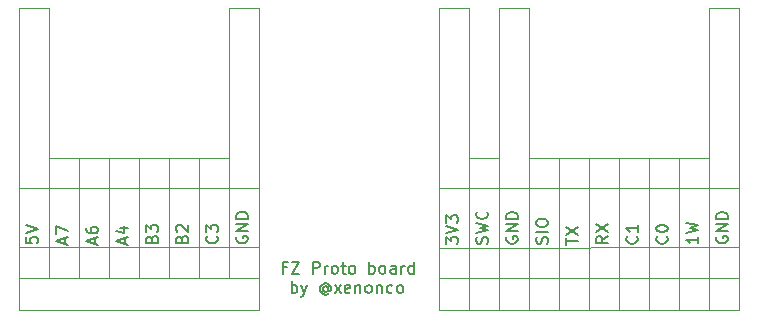
<source format=gbr>
%TF.GenerationSoftware,KiCad,Pcbnew,8.0.4*%
%TF.CreationDate,2024-10-07T01:35:34+03:00*%
%TF.ProjectId,Flipper Zero Protoboard max,466c6970-7065-4722-905a-65726f205072,rev?*%
%TF.SameCoordinates,Original*%
%TF.FileFunction,Legend,Top*%
%TF.FilePolarity,Positive*%
%FSLAX46Y46*%
G04 Gerber Fmt 4.6, Leading zero omitted, Abs format (unit mm)*
G04 Created by KiCad (PCBNEW 8.0.4) date 2024-10-07 01:35:34*
%MOMM*%
%LPD*%
G01*
G04 APERTURE LIST*
%ADD10C,0.150000*%
%ADD11C,0.100000*%
G04 APERTURE END LIST*
D10*
X51944104Y-101210839D02*
X51944104Y-100734649D01*
X52229819Y-101306077D02*
X51229819Y-100972744D01*
X51229819Y-100972744D02*
X52229819Y-100639411D01*
X51563152Y-99877506D02*
X52229819Y-99877506D01*
X51182200Y-100115601D02*
X51896485Y-100353696D01*
X51896485Y-100353696D02*
X51896485Y-99734649D01*
X95314580Y-100601792D02*
X95362200Y-100649411D01*
X95362200Y-100649411D02*
X95409819Y-100792268D01*
X95409819Y-100792268D02*
X95409819Y-100887506D01*
X95409819Y-100887506D02*
X95362200Y-101030363D01*
X95362200Y-101030363D02*
X95266961Y-101125601D01*
X95266961Y-101125601D02*
X95171723Y-101173220D01*
X95171723Y-101173220D02*
X94981247Y-101220839D01*
X94981247Y-101220839D02*
X94838390Y-101220839D01*
X94838390Y-101220839D02*
X94647914Y-101173220D01*
X94647914Y-101173220D02*
X94552676Y-101125601D01*
X94552676Y-101125601D02*
X94457438Y-101030363D01*
X94457438Y-101030363D02*
X94409819Y-100887506D01*
X94409819Y-100887506D02*
X94409819Y-100792268D01*
X94409819Y-100792268D02*
X94457438Y-100649411D01*
X94457438Y-100649411D02*
X94505057Y-100601792D01*
X95409819Y-99649411D02*
X95409819Y-100220839D01*
X95409819Y-99935125D02*
X94409819Y-99935125D01*
X94409819Y-99935125D02*
X94552676Y-100030363D01*
X94552676Y-100030363D02*
X94647914Y-100125601D01*
X94647914Y-100125601D02*
X94695533Y-100220839D01*
X100489819Y-100639411D02*
X100489819Y-101210839D01*
X100489819Y-100925125D02*
X99489819Y-100925125D01*
X99489819Y-100925125D02*
X99632676Y-101020363D01*
X99632676Y-101020363D02*
X99727914Y-101115601D01*
X99727914Y-101115601D02*
X99775533Y-101210839D01*
X99489819Y-100306077D02*
X100489819Y-100067982D01*
X100489819Y-100067982D02*
X99775533Y-99877506D01*
X99775533Y-99877506D02*
X100489819Y-99687030D01*
X100489819Y-99687030D02*
X99489819Y-99448935D01*
X82662200Y-101220839D02*
X82709819Y-101077982D01*
X82709819Y-101077982D02*
X82709819Y-100839887D01*
X82709819Y-100839887D02*
X82662200Y-100744649D01*
X82662200Y-100744649D02*
X82614580Y-100697030D01*
X82614580Y-100697030D02*
X82519342Y-100649411D01*
X82519342Y-100649411D02*
X82424104Y-100649411D01*
X82424104Y-100649411D02*
X82328866Y-100697030D01*
X82328866Y-100697030D02*
X82281247Y-100744649D01*
X82281247Y-100744649D02*
X82233628Y-100839887D01*
X82233628Y-100839887D02*
X82186009Y-101030363D01*
X82186009Y-101030363D02*
X82138390Y-101125601D01*
X82138390Y-101125601D02*
X82090771Y-101173220D01*
X82090771Y-101173220D02*
X81995533Y-101220839D01*
X81995533Y-101220839D02*
X81900295Y-101220839D01*
X81900295Y-101220839D02*
X81805057Y-101173220D01*
X81805057Y-101173220D02*
X81757438Y-101125601D01*
X81757438Y-101125601D02*
X81709819Y-101030363D01*
X81709819Y-101030363D02*
X81709819Y-100792268D01*
X81709819Y-100792268D02*
X81757438Y-100649411D01*
X81709819Y-100316077D02*
X82709819Y-100077982D01*
X82709819Y-100077982D02*
X81995533Y-99887506D01*
X81995533Y-99887506D02*
X82709819Y-99697030D01*
X82709819Y-99697030D02*
X81709819Y-99458935D01*
X82614580Y-98506554D02*
X82662200Y-98554173D01*
X82662200Y-98554173D02*
X82709819Y-98697030D01*
X82709819Y-98697030D02*
X82709819Y-98792268D01*
X82709819Y-98792268D02*
X82662200Y-98935125D01*
X82662200Y-98935125D02*
X82566961Y-99030363D01*
X82566961Y-99030363D02*
X82471723Y-99077982D01*
X82471723Y-99077982D02*
X82281247Y-99125601D01*
X82281247Y-99125601D02*
X82138390Y-99125601D01*
X82138390Y-99125601D02*
X81947914Y-99077982D01*
X81947914Y-99077982D02*
X81852676Y-99030363D01*
X81852676Y-99030363D02*
X81757438Y-98935125D01*
X81757438Y-98935125D02*
X81709819Y-98792268D01*
X81709819Y-98792268D02*
X81709819Y-98697030D01*
X81709819Y-98697030D02*
X81757438Y-98554173D01*
X81757438Y-98554173D02*
X81805057Y-98506554D01*
X102077438Y-100639411D02*
X102029819Y-100734649D01*
X102029819Y-100734649D02*
X102029819Y-100877506D01*
X102029819Y-100877506D02*
X102077438Y-101020363D01*
X102077438Y-101020363D02*
X102172676Y-101115601D01*
X102172676Y-101115601D02*
X102267914Y-101163220D01*
X102267914Y-101163220D02*
X102458390Y-101210839D01*
X102458390Y-101210839D02*
X102601247Y-101210839D01*
X102601247Y-101210839D02*
X102791723Y-101163220D01*
X102791723Y-101163220D02*
X102886961Y-101115601D01*
X102886961Y-101115601D02*
X102982200Y-101020363D01*
X102982200Y-101020363D02*
X103029819Y-100877506D01*
X103029819Y-100877506D02*
X103029819Y-100782268D01*
X103029819Y-100782268D02*
X102982200Y-100639411D01*
X102982200Y-100639411D02*
X102934580Y-100591792D01*
X102934580Y-100591792D02*
X102601247Y-100591792D01*
X102601247Y-100591792D02*
X102601247Y-100782268D01*
X103029819Y-100163220D02*
X102029819Y-100163220D01*
X102029819Y-100163220D02*
X103029819Y-99591792D01*
X103029819Y-99591792D02*
X102029819Y-99591792D01*
X103029819Y-99115601D02*
X102029819Y-99115601D01*
X102029819Y-99115601D02*
X102029819Y-98877506D01*
X102029819Y-98877506D02*
X102077438Y-98734649D01*
X102077438Y-98734649D02*
X102172676Y-98639411D01*
X102172676Y-98639411D02*
X102267914Y-98591792D01*
X102267914Y-98591792D02*
X102458390Y-98544173D01*
X102458390Y-98544173D02*
X102601247Y-98544173D01*
X102601247Y-98544173D02*
X102791723Y-98591792D01*
X102791723Y-98591792D02*
X102886961Y-98639411D01*
X102886961Y-98639411D02*
X102982200Y-98734649D01*
X102982200Y-98734649D02*
X103029819Y-98877506D01*
X103029819Y-98877506D02*
X103029819Y-99115601D01*
X87742200Y-101220839D02*
X87789819Y-101077982D01*
X87789819Y-101077982D02*
X87789819Y-100839887D01*
X87789819Y-100839887D02*
X87742200Y-100744649D01*
X87742200Y-100744649D02*
X87694580Y-100697030D01*
X87694580Y-100697030D02*
X87599342Y-100649411D01*
X87599342Y-100649411D02*
X87504104Y-100649411D01*
X87504104Y-100649411D02*
X87408866Y-100697030D01*
X87408866Y-100697030D02*
X87361247Y-100744649D01*
X87361247Y-100744649D02*
X87313628Y-100839887D01*
X87313628Y-100839887D02*
X87266009Y-101030363D01*
X87266009Y-101030363D02*
X87218390Y-101125601D01*
X87218390Y-101125601D02*
X87170771Y-101173220D01*
X87170771Y-101173220D02*
X87075533Y-101220839D01*
X87075533Y-101220839D02*
X86980295Y-101220839D01*
X86980295Y-101220839D02*
X86885057Y-101173220D01*
X86885057Y-101173220D02*
X86837438Y-101125601D01*
X86837438Y-101125601D02*
X86789819Y-101030363D01*
X86789819Y-101030363D02*
X86789819Y-100792268D01*
X86789819Y-100792268D02*
X86837438Y-100649411D01*
X87789819Y-100220839D02*
X86789819Y-100220839D01*
X86789819Y-99554173D02*
X86789819Y-99363697D01*
X86789819Y-99363697D02*
X86837438Y-99268459D01*
X86837438Y-99268459D02*
X86932676Y-99173221D01*
X86932676Y-99173221D02*
X87123152Y-99125602D01*
X87123152Y-99125602D02*
X87456485Y-99125602D01*
X87456485Y-99125602D02*
X87646961Y-99173221D01*
X87646961Y-99173221D02*
X87742200Y-99268459D01*
X87742200Y-99268459D02*
X87789819Y-99363697D01*
X87789819Y-99363697D02*
X87789819Y-99554173D01*
X87789819Y-99554173D02*
X87742200Y-99649411D01*
X87742200Y-99649411D02*
X87646961Y-99744649D01*
X87646961Y-99744649D02*
X87456485Y-99792268D01*
X87456485Y-99792268D02*
X87123152Y-99792268D01*
X87123152Y-99792268D02*
X86932676Y-99744649D01*
X86932676Y-99744649D02*
X86837438Y-99649411D01*
X86837438Y-99649411D02*
X86789819Y-99554173D01*
X59754580Y-100591792D02*
X59802200Y-100639411D01*
X59802200Y-100639411D02*
X59849819Y-100782268D01*
X59849819Y-100782268D02*
X59849819Y-100877506D01*
X59849819Y-100877506D02*
X59802200Y-101020363D01*
X59802200Y-101020363D02*
X59706961Y-101115601D01*
X59706961Y-101115601D02*
X59611723Y-101163220D01*
X59611723Y-101163220D02*
X59421247Y-101210839D01*
X59421247Y-101210839D02*
X59278390Y-101210839D01*
X59278390Y-101210839D02*
X59087914Y-101163220D01*
X59087914Y-101163220D02*
X58992676Y-101115601D01*
X58992676Y-101115601D02*
X58897438Y-101020363D01*
X58897438Y-101020363D02*
X58849819Y-100877506D01*
X58849819Y-100877506D02*
X58849819Y-100782268D01*
X58849819Y-100782268D02*
X58897438Y-100639411D01*
X58897438Y-100639411D02*
X58945057Y-100591792D01*
X58849819Y-100258458D02*
X58849819Y-99639411D01*
X58849819Y-99639411D02*
X59230771Y-99972744D01*
X59230771Y-99972744D02*
X59230771Y-99829887D01*
X59230771Y-99829887D02*
X59278390Y-99734649D01*
X59278390Y-99734649D02*
X59326009Y-99687030D01*
X59326009Y-99687030D02*
X59421247Y-99639411D01*
X59421247Y-99639411D02*
X59659342Y-99639411D01*
X59659342Y-99639411D02*
X59754580Y-99687030D01*
X59754580Y-99687030D02*
X59802200Y-99734649D01*
X59802200Y-99734649D02*
X59849819Y-99829887D01*
X59849819Y-99829887D02*
X59849819Y-100115601D01*
X59849819Y-100115601D02*
X59802200Y-100210839D01*
X59802200Y-100210839D02*
X59754580Y-100258458D01*
X54246009Y-100829887D02*
X54293628Y-100687030D01*
X54293628Y-100687030D02*
X54341247Y-100639411D01*
X54341247Y-100639411D02*
X54436485Y-100591792D01*
X54436485Y-100591792D02*
X54579342Y-100591792D01*
X54579342Y-100591792D02*
X54674580Y-100639411D01*
X54674580Y-100639411D02*
X54722200Y-100687030D01*
X54722200Y-100687030D02*
X54769819Y-100782268D01*
X54769819Y-100782268D02*
X54769819Y-101163220D01*
X54769819Y-101163220D02*
X53769819Y-101163220D01*
X53769819Y-101163220D02*
X53769819Y-100829887D01*
X53769819Y-100829887D02*
X53817438Y-100734649D01*
X53817438Y-100734649D02*
X53865057Y-100687030D01*
X53865057Y-100687030D02*
X53960295Y-100639411D01*
X53960295Y-100639411D02*
X54055533Y-100639411D01*
X54055533Y-100639411D02*
X54150771Y-100687030D01*
X54150771Y-100687030D02*
X54198390Y-100734649D01*
X54198390Y-100734649D02*
X54246009Y-100829887D01*
X54246009Y-100829887D02*
X54246009Y-101163220D01*
X53769819Y-100258458D02*
X53769819Y-99639411D01*
X53769819Y-99639411D02*
X54150771Y-99972744D01*
X54150771Y-99972744D02*
X54150771Y-99829887D01*
X54150771Y-99829887D02*
X54198390Y-99734649D01*
X54198390Y-99734649D02*
X54246009Y-99687030D01*
X54246009Y-99687030D02*
X54341247Y-99639411D01*
X54341247Y-99639411D02*
X54579342Y-99639411D01*
X54579342Y-99639411D02*
X54674580Y-99687030D01*
X54674580Y-99687030D02*
X54722200Y-99734649D01*
X54722200Y-99734649D02*
X54769819Y-99829887D01*
X54769819Y-99829887D02*
X54769819Y-100115601D01*
X54769819Y-100115601D02*
X54722200Y-100210839D01*
X54722200Y-100210839D02*
X54674580Y-100258458D01*
X61437438Y-100629411D02*
X61389819Y-100724649D01*
X61389819Y-100724649D02*
X61389819Y-100867506D01*
X61389819Y-100867506D02*
X61437438Y-101010363D01*
X61437438Y-101010363D02*
X61532676Y-101105601D01*
X61532676Y-101105601D02*
X61627914Y-101153220D01*
X61627914Y-101153220D02*
X61818390Y-101200839D01*
X61818390Y-101200839D02*
X61961247Y-101200839D01*
X61961247Y-101200839D02*
X62151723Y-101153220D01*
X62151723Y-101153220D02*
X62246961Y-101105601D01*
X62246961Y-101105601D02*
X62342200Y-101010363D01*
X62342200Y-101010363D02*
X62389819Y-100867506D01*
X62389819Y-100867506D02*
X62389819Y-100772268D01*
X62389819Y-100772268D02*
X62342200Y-100629411D01*
X62342200Y-100629411D02*
X62294580Y-100581792D01*
X62294580Y-100581792D02*
X61961247Y-100581792D01*
X61961247Y-100581792D02*
X61961247Y-100772268D01*
X62389819Y-100153220D02*
X61389819Y-100153220D01*
X61389819Y-100153220D02*
X62389819Y-99581792D01*
X62389819Y-99581792D02*
X61389819Y-99581792D01*
X62389819Y-99105601D02*
X61389819Y-99105601D01*
X61389819Y-99105601D02*
X61389819Y-98867506D01*
X61389819Y-98867506D02*
X61437438Y-98724649D01*
X61437438Y-98724649D02*
X61532676Y-98629411D01*
X61532676Y-98629411D02*
X61627914Y-98581792D01*
X61627914Y-98581792D02*
X61818390Y-98534173D01*
X61818390Y-98534173D02*
X61961247Y-98534173D01*
X61961247Y-98534173D02*
X62151723Y-98581792D01*
X62151723Y-98581792D02*
X62246961Y-98629411D01*
X62246961Y-98629411D02*
X62342200Y-98724649D01*
X62342200Y-98724649D02*
X62389819Y-98867506D01*
X62389819Y-98867506D02*
X62389819Y-99105601D01*
X79169819Y-101268458D02*
X79169819Y-100649411D01*
X79169819Y-100649411D02*
X79550771Y-100982744D01*
X79550771Y-100982744D02*
X79550771Y-100839887D01*
X79550771Y-100839887D02*
X79598390Y-100744649D01*
X79598390Y-100744649D02*
X79646009Y-100697030D01*
X79646009Y-100697030D02*
X79741247Y-100649411D01*
X79741247Y-100649411D02*
X79979342Y-100649411D01*
X79979342Y-100649411D02*
X80074580Y-100697030D01*
X80074580Y-100697030D02*
X80122200Y-100744649D01*
X80122200Y-100744649D02*
X80169819Y-100839887D01*
X80169819Y-100839887D02*
X80169819Y-101125601D01*
X80169819Y-101125601D02*
X80122200Y-101220839D01*
X80122200Y-101220839D02*
X80074580Y-101268458D01*
X79169819Y-100363696D02*
X80169819Y-100030363D01*
X80169819Y-100030363D02*
X79169819Y-99697030D01*
X79169819Y-99458934D02*
X79169819Y-98839887D01*
X79169819Y-98839887D02*
X79550771Y-99173220D01*
X79550771Y-99173220D02*
X79550771Y-99030363D01*
X79550771Y-99030363D02*
X79598390Y-98935125D01*
X79598390Y-98935125D02*
X79646009Y-98887506D01*
X79646009Y-98887506D02*
X79741247Y-98839887D01*
X79741247Y-98839887D02*
X79979342Y-98839887D01*
X79979342Y-98839887D02*
X80074580Y-98887506D01*
X80074580Y-98887506D02*
X80122200Y-98935125D01*
X80122200Y-98935125D02*
X80169819Y-99030363D01*
X80169819Y-99030363D02*
X80169819Y-99316077D01*
X80169819Y-99316077D02*
X80122200Y-99411315D01*
X80122200Y-99411315D02*
X80074580Y-99458934D01*
X84297438Y-100649411D02*
X84249819Y-100744649D01*
X84249819Y-100744649D02*
X84249819Y-100887506D01*
X84249819Y-100887506D02*
X84297438Y-101030363D01*
X84297438Y-101030363D02*
X84392676Y-101125601D01*
X84392676Y-101125601D02*
X84487914Y-101173220D01*
X84487914Y-101173220D02*
X84678390Y-101220839D01*
X84678390Y-101220839D02*
X84821247Y-101220839D01*
X84821247Y-101220839D02*
X85011723Y-101173220D01*
X85011723Y-101173220D02*
X85106961Y-101125601D01*
X85106961Y-101125601D02*
X85202200Y-101030363D01*
X85202200Y-101030363D02*
X85249819Y-100887506D01*
X85249819Y-100887506D02*
X85249819Y-100792268D01*
X85249819Y-100792268D02*
X85202200Y-100649411D01*
X85202200Y-100649411D02*
X85154580Y-100601792D01*
X85154580Y-100601792D02*
X84821247Y-100601792D01*
X84821247Y-100601792D02*
X84821247Y-100792268D01*
X85249819Y-100173220D02*
X84249819Y-100173220D01*
X84249819Y-100173220D02*
X85249819Y-99601792D01*
X85249819Y-99601792D02*
X84249819Y-99601792D01*
X85249819Y-99125601D02*
X84249819Y-99125601D01*
X84249819Y-99125601D02*
X84249819Y-98887506D01*
X84249819Y-98887506D02*
X84297438Y-98744649D01*
X84297438Y-98744649D02*
X84392676Y-98649411D01*
X84392676Y-98649411D02*
X84487914Y-98601792D01*
X84487914Y-98601792D02*
X84678390Y-98554173D01*
X84678390Y-98554173D02*
X84821247Y-98554173D01*
X84821247Y-98554173D02*
X85011723Y-98601792D01*
X85011723Y-98601792D02*
X85106961Y-98649411D01*
X85106961Y-98649411D02*
X85202200Y-98744649D01*
X85202200Y-98744649D02*
X85249819Y-98887506D01*
X85249819Y-98887506D02*
X85249819Y-99125601D01*
X56786009Y-100829887D02*
X56833628Y-100687030D01*
X56833628Y-100687030D02*
X56881247Y-100639411D01*
X56881247Y-100639411D02*
X56976485Y-100591792D01*
X56976485Y-100591792D02*
X57119342Y-100591792D01*
X57119342Y-100591792D02*
X57214580Y-100639411D01*
X57214580Y-100639411D02*
X57262200Y-100687030D01*
X57262200Y-100687030D02*
X57309819Y-100782268D01*
X57309819Y-100782268D02*
X57309819Y-101163220D01*
X57309819Y-101163220D02*
X56309819Y-101163220D01*
X56309819Y-101163220D02*
X56309819Y-100829887D01*
X56309819Y-100829887D02*
X56357438Y-100734649D01*
X56357438Y-100734649D02*
X56405057Y-100687030D01*
X56405057Y-100687030D02*
X56500295Y-100639411D01*
X56500295Y-100639411D02*
X56595533Y-100639411D01*
X56595533Y-100639411D02*
X56690771Y-100687030D01*
X56690771Y-100687030D02*
X56738390Y-100734649D01*
X56738390Y-100734649D02*
X56786009Y-100829887D01*
X56786009Y-100829887D02*
X56786009Y-101163220D01*
X56405057Y-100210839D02*
X56357438Y-100163220D01*
X56357438Y-100163220D02*
X56309819Y-100067982D01*
X56309819Y-100067982D02*
X56309819Y-99829887D01*
X56309819Y-99829887D02*
X56357438Y-99734649D01*
X56357438Y-99734649D02*
X56405057Y-99687030D01*
X56405057Y-99687030D02*
X56500295Y-99639411D01*
X56500295Y-99639411D02*
X56595533Y-99639411D01*
X56595533Y-99639411D02*
X56738390Y-99687030D01*
X56738390Y-99687030D02*
X57309819Y-100258458D01*
X57309819Y-100258458D02*
X57309819Y-99639411D01*
X92869819Y-100601792D02*
X92393628Y-100935125D01*
X92869819Y-101173220D02*
X91869819Y-101173220D01*
X91869819Y-101173220D02*
X91869819Y-100792268D01*
X91869819Y-100792268D02*
X91917438Y-100697030D01*
X91917438Y-100697030D02*
X91965057Y-100649411D01*
X91965057Y-100649411D02*
X92060295Y-100601792D01*
X92060295Y-100601792D02*
X92203152Y-100601792D01*
X92203152Y-100601792D02*
X92298390Y-100649411D01*
X92298390Y-100649411D02*
X92346009Y-100697030D01*
X92346009Y-100697030D02*
X92393628Y-100792268D01*
X92393628Y-100792268D02*
X92393628Y-101173220D01*
X91869819Y-100268458D02*
X92869819Y-99601792D01*
X91869819Y-99601792D02*
X92869819Y-100268458D01*
X97854580Y-100601792D02*
X97902200Y-100649411D01*
X97902200Y-100649411D02*
X97949819Y-100792268D01*
X97949819Y-100792268D02*
X97949819Y-100887506D01*
X97949819Y-100887506D02*
X97902200Y-101030363D01*
X97902200Y-101030363D02*
X97806961Y-101125601D01*
X97806961Y-101125601D02*
X97711723Y-101173220D01*
X97711723Y-101173220D02*
X97521247Y-101220839D01*
X97521247Y-101220839D02*
X97378390Y-101220839D01*
X97378390Y-101220839D02*
X97187914Y-101173220D01*
X97187914Y-101173220D02*
X97092676Y-101125601D01*
X97092676Y-101125601D02*
X96997438Y-101030363D01*
X96997438Y-101030363D02*
X96949819Y-100887506D01*
X96949819Y-100887506D02*
X96949819Y-100792268D01*
X96949819Y-100792268D02*
X96997438Y-100649411D01*
X96997438Y-100649411D02*
X97045057Y-100601792D01*
X96949819Y-99982744D02*
X96949819Y-99887506D01*
X96949819Y-99887506D02*
X96997438Y-99792268D01*
X96997438Y-99792268D02*
X97045057Y-99744649D01*
X97045057Y-99744649D02*
X97140295Y-99697030D01*
X97140295Y-99697030D02*
X97330771Y-99649411D01*
X97330771Y-99649411D02*
X97568866Y-99649411D01*
X97568866Y-99649411D02*
X97759342Y-99697030D01*
X97759342Y-99697030D02*
X97854580Y-99744649D01*
X97854580Y-99744649D02*
X97902200Y-99792268D01*
X97902200Y-99792268D02*
X97949819Y-99887506D01*
X97949819Y-99887506D02*
X97949819Y-99982744D01*
X97949819Y-99982744D02*
X97902200Y-100077982D01*
X97902200Y-100077982D02*
X97854580Y-100125601D01*
X97854580Y-100125601D02*
X97759342Y-100173220D01*
X97759342Y-100173220D02*
X97568866Y-100220839D01*
X97568866Y-100220839D02*
X97330771Y-100220839D01*
X97330771Y-100220839D02*
X97140295Y-100173220D01*
X97140295Y-100173220D02*
X97045057Y-100125601D01*
X97045057Y-100125601D02*
X96997438Y-100077982D01*
X96997438Y-100077982D02*
X96949819Y-99982744D01*
X89329819Y-101316077D02*
X89329819Y-100744649D01*
X90329819Y-101030363D02*
X89329819Y-101030363D01*
X89329819Y-100506553D02*
X90329819Y-99839887D01*
X89329819Y-99839887D02*
X90329819Y-100506553D01*
X49404104Y-101210839D02*
X49404104Y-100734649D01*
X49689819Y-101306077D02*
X48689819Y-100972744D01*
X48689819Y-100972744D02*
X49689819Y-100639411D01*
X48689819Y-99877506D02*
X48689819Y-100067982D01*
X48689819Y-100067982D02*
X48737438Y-100163220D01*
X48737438Y-100163220D02*
X48785057Y-100210839D01*
X48785057Y-100210839D02*
X48927914Y-100306077D01*
X48927914Y-100306077D02*
X49118390Y-100353696D01*
X49118390Y-100353696D02*
X49499342Y-100353696D01*
X49499342Y-100353696D02*
X49594580Y-100306077D01*
X49594580Y-100306077D02*
X49642200Y-100258458D01*
X49642200Y-100258458D02*
X49689819Y-100163220D01*
X49689819Y-100163220D02*
X49689819Y-99972744D01*
X49689819Y-99972744D02*
X49642200Y-99877506D01*
X49642200Y-99877506D02*
X49594580Y-99829887D01*
X49594580Y-99829887D02*
X49499342Y-99782268D01*
X49499342Y-99782268D02*
X49261247Y-99782268D01*
X49261247Y-99782268D02*
X49166009Y-99829887D01*
X49166009Y-99829887D02*
X49118390Y-99877506D01*
X49118390Y-99877506D02*
X49070771Y-99972744D01*
X49070771Y-99972744D02*
X49070771Y-100163220D01*
X49070771Y-100163220D02*
X49118390Y-100258458D01*
X49118390Y-100258458D02*
X49166009Y-100306077D01*
X49166009Y-100306077D02*
X49261247Y-100353696D01*
X43589819Y-100687030D02*
X43589819Y-101163220D01*
X43589819Y-101163220D02*
X44066009Y-101210839D01*
X44066009Y-101210839D02*
X44018390Y-101163220D01*
X44018390Y-101163220D02*
X43970771Y-101067982D01*
X43970771Y-101067982D02*
X43970771Y-100829887D01*
X43970771Y-100829887D02*
X44018390Y-100734649D01*
X44018390Y-100734649D02*
X44066009Y-100687030D01*
X44066009Y-100687030D02*
X44161247Y-100639411D01*
X44161247Y-100639411D02*
X44399342Y-100639411D01*
X44399342Y-100639411D02*
X44494580Y-100687030D01*
X44494580Y-100687030D02*
X44542200Y-100734649D01*
X44542200Y-100734649D02*
X44589819Y-100829887D01*
X44589819Y-100829887D02*
X44589819Y-101067982D01*
X44589819Y-101067982D02*
X44542200Y-101163220D01*
X44542200Y-101163220D02*
X44494580Y-101210839D01*
X43589819Y-100353696D02*
X44589819Y-100020363D01*
X44589819Y-100020363D02*
X43589819Y-99687030D01*
D11*
X78550000Y-81280000D02*
X81080000Y-81280000D01*
X45520000Y-93980000D02*
X60760000Y-93980000D01*
X60755000Y-81280000D02*
X63285000Y-81280000D01*
X81080000Y-81280000D02*
X81080000Y-96550000D01*
X63290000Y-81280000D02*
X63290000Y-96530000D01*
X60760000Y-93980000D02*
X60750000Y-81280000D01*
X60760000Y-93980000D02*
X60760000Y-96530000D01*
X42970000Y-81280000D02*
X42980000Y-96530000D01*
X48060000Y-93990000D02*
X48060000Y-104150000D01*
X42970000Y-81270000D02*
X45510000Y-81270000D01*
X45520000Y-96530000D02*
X45520000Y-104150000D01*
X45510000Y-81280000D02*
X45520000Y-96530000D01*
D10*
X46874104Y-101210839D02*
X46874104Y-100734649D01*
X47159819Y-101306077D02*
X46159819Y-100972744D01*
X46159819Y-100972744D02*
X47159819Y-100639411D01*
X46159819Y-100401315D02*
X46159819Y-99734649D01*
X46159819Y-99734649D02*
X47159819Y-100163220D01*
X66096779Y-105409819D02*
X66096779Y-104409819D01*
X66096779Y-104790771D02*
X66192017Y-104743152D01*
X66192017Y-104743152D02*
X66382493Y-104743152D01*
X66382493Y-104743152D02*
X66477731Y-104790771D01*
X66477731Y-104790771D02*
X66525350Y-104838390D01*
X66525350Y-104838390D02*
X66572969Y-104933628D01*
X66572969Y-104933628D02*
X66572969Y-105219342D01*
X66572969Y-105219342D02*
X66525350Y-105314580D01*
X66525350Y-105314580D02*
X66477731Y-105362200D01*
X66477731Y-105362200D02*
X66382493Y-105409819D01*
X66382493Y-105409819D02*
X66192017Y-105409819D01*
X66192017Y-105409819D02*
X66096779Y-105362200D01*
X66906303Y-104743152D02*
X67144398Y-105409819D01*
X67382493Y-104743152D02*
X67144398Y-105409819D01*
X67144398Y-105409819D02*
X67049160Y-105647914D01*
X67049160Y-105647914D02*
X67001541Y-105695533D01*
X67001541Y-105695533D02*
X66906303Y-105743152D01*
X69144398Y-104933628D02*
X69096779Y-104886009D01*
X69096779Y-104886009D02*
X69001541Y-104838390D01*
X69001541Y-104838390D02*
X68906303Y-104838390D01*
X68906303Y-104838390D02*
X68811065Y-104886009D01*
X68811065Y-104886009D02*
X68763446Y-104933628D01*
X68763446Y-104933628D02*
X68715827Y-105028866D01*
X68715827Y-105028866D02*
X68715827Y-105124104D01*
X68715827Y-105124104D02*
X68763446Y-105219342D01*
X68763446Y-105219342D02*
X68811065Y-105266961D01*
X68811065Y-105266961D02*
X68906303Y-105314580D01*
X68906303Y-105314580D02*
X69001541Y-105314580D01*
X69001541Y-105314580D02*
X69096779Y-105266961D01*
X69096779Y-105266961D02*
X69144398Y-105219342D01*
X69144398Y-104838390D02*
X69144398Y-105219342D01*
X69144398Y-105219342D02*
X69192017Y-105266961D01*
X69192017Y-105266961D02*
X69239636Y-105266961D01*
X69239636Y-105266961D02*
X69334875Y-105219342D01*
X69334875Y-105219342D02*
X69382494Y-105124104D01*
X69382494Y-105124104D02*
X69382494Y-104886009D01*
X69382494Y-104886009D02*
X69287256Y-104743152D01*
X69287256Y-104743152D02*
X69144398Y-104647914D01*
X69144398Y-104647914D02*
X68953922Y-104600295D01*
X68953922Y-104600295D02*
X68763446Y-104647914D01*
X68763446Y-104647914D02*
X68620589Y-104743152D01*
X68620589Y-104743152D02*
X68525351Y-104886009D01*
X68525351Y-104886009D02*
X68477732Y-105076485D01*
X68477732Y-105076485D02*
X68525351Y-105266961D01*
X68525351Y-105266961D02*
X68620589Y-105409819D01*
X68620589Y-105409819D02*
X68763446Y-105505057D01*
X68763446Y-105505057D02*
X68953922Y-105552676D01*
X68953922Y-105552676D02*
X69144398Y-105505057D01*
X69144398Y-105505057D02*
X69287256Y-105409819D01*
X69715827Y-105409819D02*
X70239636Y-104743152D01*
X69715827Y-104743152D02*
X70239636Y-105409819D01*
X71001541Y-105362200D02*
X70906303Y-105409819D01*
X70906303Y-105409819D02*
X70715827Y-105409819D01*
X70715827Y-105409819D02*
X70620589Y-105362200D01*
X70620589Y-105362200D02*
X70572970Y-105266961D01*
X70572970Y-105266961D02*
X70572970Y-104886009D01*
X70572970Y-104886009D02*
X70620589Y-104790771D01*
X70620589Y-104790771D02*
X70715827Y-104743152D01*
X70715827Y-104743152D02*
X70906303Y-104743152D01*
X70906303Y-104743152D02*
X71001541Y-104790771D01*
X71001541Y-104790771D02*
X71049160Y-104886009D01*
X71049160Y-104886009D02*
X71049160Y-104981247D01*
X71049160Y-104981247D02*
X70572970Y-105076485D01*
X71477732Y-104743152D02*
X71477732Y-105409819D01*
X71477732Y-104838390D02*
X71525351Y-104790771D01*
X71525351Y-104790771D02*
X71620589Y-104743152D01*
X71620589Y-104743152D02*
X71763446Y-104743152D01*
X71763446Y-104743152D02*
X71858684Y-104790771D01*
X71858684Y-104790771D02*
X71906303Y-104886009D01*
X71906303Y-104886009D02*
X71906303Y-105409819D01*
X72525351Y-105409819D02*
X72430113Y-105362200D01*
X72430113Y-105362200D02*
X72382494Y-105314580D01*
X72382494Y-105314580D02*
X72334875Y-105219342D01*
X72334875Y-105219342D02*
X72334875Y-104933628D01*
X72334875Y-104933628D02*
X72382494Y-104838390D01*
X72382494Y-104838390D02*
X72430113Y-104790771D01*
X72430113Y-104790771D02*
X72525351Y-104743152D01*
X72525351Y-104743152D02*
X72668208Y-104743152D01*
X72668208Y-104743152D02*
X72763446Y-104790771D01*
X72763446Y-104790771D02*
X72811065Y-104838390D01*
X72811065Y-104838390D02*
X72858684Y-104933628D01*
X72858684Y-104933628D02*
X72858684Y-105219342D01*
X72858684Y-105219342D02*
X72811065Y-105314580D01*
X72811065Y-105314580D02*
X72763446Y-105362200D01*
X72763446Y-105362200D02*
X72668208Y-105409819D01*
X72668208Y-105409819D02*
X72525351Y-105409819D01*
X73287256Y-104743152D02*
X73287256Y-105409819D01*
X73287256Y-104838390D02*
X73334875Y-104790771D01*
X73334875Y-104790771D02*
X73430113Y-104743152D01*
X73430113Y-104743152D02*
X73572970Y-104743152D01*
X73572970Y-104743152D02*
X73668208Y-104790771D01*
X73668208Y-104790771D02*
X73715827Y-104886009D01*
X73715827Y-104886009D02*
X73715827Y-105409819D01*
X74620589Y-105362200D02*
X74525351Y-105409819D01*
X74525351Y-105409819D02*
X74334875Y-105409819D01*
X74334875Y-105409819D02*
X74239637Y-105362200D01*
X74239637Y-105362200D02*
X74192018Y-105314580D01*
X74192018Y-105314580D02*
X74144399Y-105219342D01*
X74144399Y-105219342D02*
X74144399Y-104933628D01*
X74144399Y-104933628D02*
X74192018Y-104838390D01*
X74192018Y-104838390D02*
X74239637Y-104790771D01*
X74239637Y-104790771D02*
X74334875Y-104743152D01*
X74334875Y-104743152D02*
X74525351Y-104743152D01*
X74525351Y-104743152D02*
X74620589Y-104790771D01*
X75192018Y-105409819D02*
X75096780Y-105362200D01*
X75096780Y-105362200D02*
X75049161Y-105314580D01*
X75049161Y-105314580D02*
X75001542Y-105219342D01*
X75001542Y-105219342D02*
X75001542Y-104933628D01*
X75001542Y-104933628D02*
X75049161Y-104838390D01*
X75049161Y-104838390D02*
X75096780Y-104790771D01*
X75096780Y-104790771D02*
X75192018Y-104743152D01*
X75192018Y-104743152D02*
X75334875Y-104743152D01*
X75334875Y-104743152D02*
X75430113Y-104790771D01*
X75430113Y-104790771D02*
X75477732Y-104838390D01*
X75477732Y-104838390D02*
X75525351Y-104933628D01*
X75525351Y-104933628D02*
X75525351Y-105219342D01*
X75525351Y-105219342D02*
X75477732Y-105314580D01*
X75477732Y-105314580D02*
X75430113Y-105362200D01*
X75430113Y-105362200D02*
X75334875Y-105409819D01*
X75334875Y-105409819D02*
X75192018Y-105409819D01*
D11*
X88700000Y-93980000D02*
X88690000Y-106820000D01*
X91240000Y-93990000D02*
X91235000Y-106830000D01*
X78550000Y-81280000D02*
X78540000Y-96550000D01*
X78540000Y-96550000D02*
X103930000Y-96550000D01*
X103930000Y-106830000D01*
X78540000Y-106830000D01*
X78540000Y-96550000D01*
X42980000Y-96530000D02*
X63290000Y-96530000D01*
X63290000Y-106820000D01*
X42980000Y-106820000D01*
X42980000Y-96530000D01*
X53140000Y-93980000D02*
X53135000Y-104150000D01*
X58220000Y-93990000D02*
X58220000Y-104150000D01*
X60760000Y-96530000D02*
X60760000Y-104150000D01*
X42980000Y-101550000D02*
X63290000Y-101540000D01*
X50600000Y-93990000D02*
X50600000Y-104150000D01*
X55680000Y-93990000D02*
X55680000Y-104150000D01*
X42980000Y-104150000D02*
X63290000Y-104150000D01*
X81080000Y-96550000D02*
X81080000Y-106830000D01*
X98850000Y-93990000D02*
X98840000Y-106820000D01*
X81080000Y-93980000D02*
X83610000Y-93980000D01*
X93775000Y-93985000D02*
X93780000Y-106810000D01*
X103940000Y-81280000D02*
X103930000Y-96550000D01*
X83610000Y-93980000D02*
X83610000Y-96550000D01*
X103930000Y-101550000D02*
X78540000Y-101560000D01*
X78550000Y-104140000D02*
X103930000Y-104140000D01*
X83610000Y-96550000D02*
X83610000Y-106820000D01*
X101390000Y-81280000D02*
X103940000Y-81280000D01*
X96310000Y-93990000D02*
X96310000Y-106800000D01*
X83600000Y-81280000D02*
X86140000Y-81280000D01*
X101390000Y-93990000D02*
X101400000Y-106830000D01*
X83610000Y-93980000D02*
X83610000Y-81280000D01*
X86140000Y-81280000D02*
X86160000Y-106830000D01*
X101390000Y-93990000D02*
X101390000Y-81280000D01*
X86160000Y-93980000D02*
X101390000Y-93990000D01*
D10*
X65650112Y-103246009D02*
X65316779Y-103246009D01*
X65316779Y-103769819D02*
X65316779Y-102769819D01*
X65316779Y-102769819D02*
X65792969Y-102769819D01*
X66078684Y-102769819D02*
X66745350Y-102769819D01*
X66745350Y-102769819D02*
X66078684Y-103769819D01*
X66078684Y-103769819D02*
X66745350Y-103769819D01*
X67888208Y-103769819D02*
X67888208Y-102769819D01*
X67888208Y-102769819D02*
X68269160Y-102769819D01*
X68269160Y-102769819D02*
X68364398Y-102817438D01*
X68364398Y-102817438D02*
X68412017Y-102865057D01*
X68412017Y-102865057D02*
X68459636Y-102960295D01*
X68459636Y-102960295D02*
X68459636Y-103103152D01*
X68459636Y-103103152D02*
X68412017Y-103198390D01*
X68412017Y-103198390D02*
X68364398Y-103246009D01*
X68364398Y-103246009D02*
X68269160Y-103293628D01*
X68269160Y-103293628D02*
X67888208Y-103293628D01*
X68888208Y-103769819D02*
X68888208Y-103103152D01*
X68888208Y-103293628D02*
X68935827Y-103198390D01*
X68935827Y-103198390D02*
X68983446Y-103150771D01*
X68983446Y-103150771D02*
X69078684Y-103103152D01*
X69078684Y-103103152D02*
X69173922Y-103103152D01*
X69650113Y-103769819D02*
X69554875Y-103722200D01*
X69554875Y-103722200D02*
X69507256Y-103674580D01*
X69507256Y-103674580D02*
X69459637Y-103579342D01*
X69459637Y-103579342D02*
X69459637Y-103293628D01*
X69459637Y-103293628D02*
X69507256Y-103198390D01*
X69507256Y-103198390D02*
X69554875Y-103150771D01*
X69554875Y-103150771D02*
X69650113Y-103103152D01*
X69650113Y-103103152D02*
X69792970Y-103103152D01*
X69792970Y-103103152D02*
X69888208Y-103150771D01*
X69888208Y-103150771D02*
X69935827Y-103198390D01*
X69935827Y-103198390D02*
X69983446Y-103293628D01*
X69983446Y-103293628D02*
X69983446Y-103579342D01*
X69983446Y-103579342D02*
X69935827Y-103674580D01*
X69935827Y-103674580D02*
X69888208Y-103722200D01*
X69888208Y-103722200D02*
X69792970Y-103769819D01*
X69792970Y-103769819D02*
X69650113Y-103769819D01*
X70269161Y-103103152D02*
X70650113Y-103103152D01*
X70412018Y-102769819D02*
X70412018Y-103626961D01*
X70412018Y-103626961D02*
X70459637Y-103722200D01*
X70459637Y-103722200D02*
X70554875Y-103769819D01*
X70554875Y-103769819D02*
X70650113Y-103769819D01*
X71126304Y-103769819D02*
X71031066Y-103722200D01*
X71031066Y-103722200D02*
X70983447Y-103674580D01*
X70983447Y-103674580D02*
X70935828Y-103579342D01*
X70935828Y-103579342D02*
X70935828Y-103293628D01*
X70935828Y-103293628D02*
X70983447Y-103198390D01*
X70983447Y-103198390D02*
X71031066Y-103150771D01*
X71031066Y-103150771D02*
X71126304Y-103103152D01*
X71126304Y-103103152D02*
X71269161Y-103103152D01*
X71269161Y-103103152D02*
X71364399Y-103150771D01*
X71364399Y-103150771D02*
X71412018Y-103198390D01*
X71412018Y-103198390D02*
X71459637Y-103293628D01*
X71459637Y-103293628D02*
X71459637Y-103579342D01*
X71459637Y-103579342D02*
X71412018Y-103674580D01*
X71412018Y-103674580D02*
X71364399Y-103722200D01*
X71364399Y-103722200D02*
X71269161Y-103769819D01*
X71269161Y-103769819D02*
X71126304Y-103769819D01*
X72650114Y-103769819D02*
X72650114Y-102769819D01*
X72650114Y-103150771D02*
X72745352Y-103103152D01*
X72745352Y-103103152D02*
X72935828Y-103103152D01*
X72935828Y-103103152D02*
X73031066Y-103150771D01*
X73031066Y-103150771D02*
X73078685Y-103198390D01*
X73078685Y-103198390D02*
X73126304Y-103293628D01*
X73126304Y-103293628D02*
X73126304Y-103579342D01*
X73126304Y-103579342D02*
X73078685Y-103674580D01*
X73078685Y-103674580D02*
X73031066Y-103722200D01*
X73031066Y-103722200D02*
X72935828Y-103769819D01*
X72935828Y-103769819D02*
X72745352Y-103769819D01*
X72745352Y-103769819D02*
X72650114Y-103722200D01*
X73697733Y-103769819D02*
X73602495Y-103722200D01*
X73602495Y-103722200D02*
X73554876Y-103674580D01*
X73554876Y-103674580D02*
X73507257Y-103579342D01*
X73507257Y-103579342D02*
X73507257Y-103293628D01*
X73507257Y-103293628D02*
X73554876Y-103198390D01*
X73554876Y-103198390D02*
X73602495Y-103150771D01*
X73602495Y-103150771D02*
X73697733Y-103103152D01*
X73697733Y-103103152D02*
X73840590Y-103103152D01*
X73840590Y-103103152D02*
X73935828Y-103150771D01*
X73935828Y-103150771D02*
X73983447Y-103198390D01*
X73983447Y-103198390D02*
X74031066Y-103293628D01*
X74031066Y-103293628D02*
X74031066Y-103579342D01*
X74031066Y-103579342D02*
X73983447Y-103674580D01*
X73983447Y-103674580D02*
X73935828Y-103722200D01*
X73935828Y-103722200D02*
X73840590Y-103769819D01*
X73840590Y-103769819D02*
X73697733Y-103769819D01*
X74888209Y-103769819D02*
X74888209Y-103246009D01*
X74888209Y-103246009D02*
X74840590Y-103150771D01*
X74840590Y-103150771D02*
X74745352Y-103103152D01*
X74745352Y-103103152D02*
X74554876Y-103103152D01*
X74554876Y-103103152D02*
X74459638Y-103150771D01*
X74888209Y-103722200D02*
X74792971Y-103769819D01*
X74792971Y-103769819D02*
X74554876Y-103769819D01*
X74554876Y-103769819D02*
X74459638Y-103722200D01*
X74459638Y-103722200D02*
X74412019Y-103626961D01*
X74412019Y-103626961D02*
X74412019Y-103531723D01*
X74412019Y-103531723D02*
X74459638Y-103436485D01*
X74459638Y-103436485D02*
X74554876Y-103388866D01*
X74554876Y-103388866D02*
X74792971Y-103388866D01*
X74792971Y-103388866D02*
X74888209Y-103341247D01*
X75364400Y-103769819D02*
X75364400Y-103103152D01*
X75364400Y-103293628D02*
X75412019Y-103198390D01*
X75412019Y-103198390D02*
X75459638Y-103150771D01*
X75459638Y-103150771D02*
X75554876Y-103103152D01*
X75554876Y-103103152D02*
X75650114Y-103103152D01*
X76412019Y-103769819D02*
X76412019Y-102769819D01*
X76412019Y-103722200D02*
X76316781Y-103769819D01*
X76316781Y-103769819D02*
X76126305Y-103769819D01*
X76126305Y-103769819D02*
X76031067Y-103722200D01*
X76031067Y-103722200D02*
X75983448Y-103674580D01*
X75983448Y-103674580D02*
X75935829Y-103579342D01*
X75935829Y-103579342D02*
X75935829Y-103293628D01*
X75935829Y-103293628D02*
X75983448Y-103198390D01*
X75983448Y-103198390D02*
X76031067Y-103150771D01*
X76031067Y-103150771D02*
X76126305Y-103103152D01*
X76126305Y-103103152D02*
X76316781Y-103103152D01*
X76316781Y-103103152D02*
X76412019Y-103150771D01*
M02*

</source>
